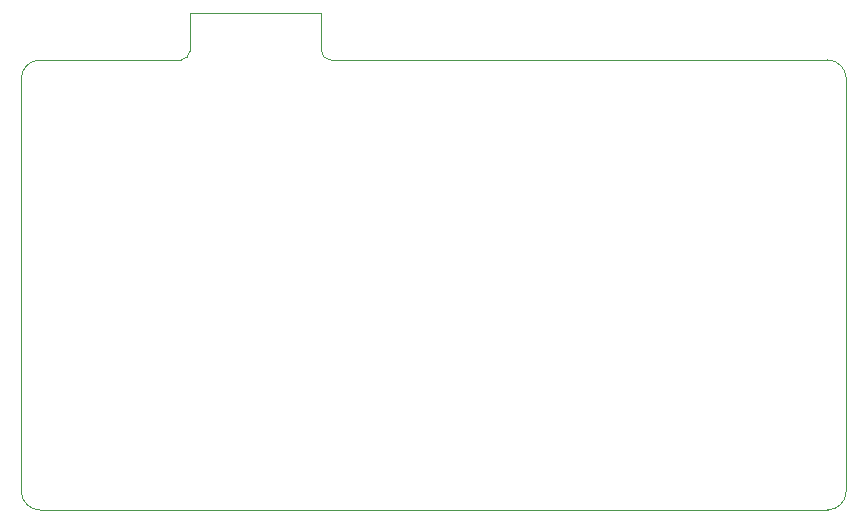
<source format=gbr>
%TF.GenerationSoftware,KiCad,Pcbnew,(6.0.6)*%
%TF.CreationDate,2022-06-29T23:10:10-06:00*%
%TF.ProjectId,macro1,6d616372-6f31-42e6-9b69-6361645f7063,rev?*%
%TF.SameCoordinates,Original*%
%TF.FileFunction,Profile,NP*%
%FSLAX46Y46*%
G04 Gerber Fmt 4.6, Leading zero omitted, Abs format (unit mm)*
G04 Created by KiCad (PCBNEW (6.0.6)) date 2022-06-29 23:10:10*
%MOMM*%
%LPD*%
G01*
G04 APERTURE LIST*
%TA.AperFunction,Profile*%
%ADD10C,0.100000*%
%TD*%
G04 APERTURE END LIST*
D10*
X196850000Y-80962500D02*
X196850000Y-115887500D01*
X153193750Y-79375000D02*
X195262500Y-79375000D01*
X128587500Y-79375000D02*
X140493750Y-79375000D01*
X152400000Y-75406250D02*
X152400000Y-78581250D01*
X141287500Y-75406250D02*
X152400000Y-75406250D01*
X141287500Y-78581250D02*
X141287500Y-75406250D01*
X152400000Y-78581250D02*
G75*
G03*
X153193750Y-79375000I793750J0D01*
G01*
X140493750Y-79375000D02*
G75*
G03*
X141287500Y-78581250I0J793750D01*
G01*
X127000000Y-115887500D02*
X127000000Y-80962500D01*
X127000000Y-115887500D02*
G75*
G03*
X128587500Y-117475000I1587500J0D01*
G01*
X195262500Y-117475000D02*
X128587500Y-117475000D01*
X128587500Y-79375000D02*
G75*
G03*
X127000000Y-80962500I0J-1587500D01*
G01*
X195262500Y-117475000D02*
G75*
G03*
X196850000Y-115887500I0J1587500D01*
G01*
X196850000Y-80962500D02*
G75*
G03*
X195262500Y-79375000I-1587500J0D01*
G01*
M02*

</source>
